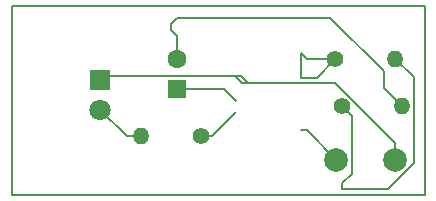
<source format=gbr>
%TF.GenerationSoftware,KiCad,Pcbnew,8.0.5*%
%TF.CreationDate,2024-09-16T17:09:01+05:30*%
%TF.ProjectId,FLASH,464c4153-482e-46b6-9963-61645f706362,rev?*%
%TF.SameCoordinates,Original*%
%TF.FileFunction,Copper,L2,Bot*%
%TF.FilePolarity,Positive*%
%FSLAX46Y46*%
G04 Gerber Fmt 4.6, Leading zero omitted, Abs format (unit mm)*
G04 Created by KiCad (PCBNEW 8.0.5) date 2024-09-16 17:09:01*
%MOMM*%
%LPD*%
G01*
G04 APERTURE LIST*
%TA.AperFunction,NonConductor*%
%ADD10C,0.200000*%
%TD*%
%TA.AperFunction,ComponentPad*%
%ADD11O,1.400000X1.400000*%
%TD*%
%TA.AperFunction,ComponentPad*%
%ADD12C,1.400000*%
%TD*%
%TA.AperFunction,ComponentPad*%
%ADD13R,1.800000X1.800000*%
%TD*%
%TA.AperFunction,ComponentPad*%
%ADD14C,1.800000*%
%TD*%
%TA.AperFunction,ComponentPad*%
%ADD15C,2.000000*%
%TD*%
%TA.AperFunction,ComponentPad*%
%ADD16R,1.600000X1.600000*%
%TD*%
%TA.AperFunction,ComponentPad*%
%ADD17C,1.600000*%
%TD*%
%TA.AperFunction,Conductor*%
%ADD18C,0.200000*%
%TD*%
G04 APERTURE END LIST*
D10*
X115000000Y-120000000D02*
X115000000Y-104000000D01*
X150000000Y-120000000D02*
X115000000Y-120000000D01*
X150000000Y-104000000D02*
X150000000Y-120000000D01*
X115000000Y-104000000D02*
X150000000Y-104000000D01*
D11*
%TO.P,R3,2*%
%TO.N,Net-(D1-A)*%
X125920000Y-115000000D03*
D12*
%TO.P,R3,1*%
%TO.N,Net-(U1-Q)*%
X131000000Y-115000000D03*
%TD*%
D11*
%TO.P,R2,2*%
%TO.N,Net-(U1-DIS)*%
X147500000Y-108500000D03*
D12*
%TO.P,R2,1*%
%TO.N,+9V*%
X142420000Y-108500000D03*
%TD*%
D11*
%TO.P,R1,2*%
%TO.N,Net-(C1-Pad2)*%
X148040000Y-112500000D03*
D12*
%TO.P,R1,1*%
%TO.N,Net-(U1-DIS)*%
X142960000Y-112500000D03*
%TD*%
D13*
%TO.P,D1,1,K*%
%TO.N,Earth*%
X122500000Y-110225000D03*
D14*
%TO.P,D1,2,A*%
%TO.N,Net-(D1-A)*%
X122500000Y-112765000D03*
%TD*%
D15*
%TO.P,C2,1*%
%TO.N,Net-(U1-CV)*%
X142500000Y-117000000D03*
%TO.P,C2,2*%
%TO.N,Earth*%
X147500000Y-117000000D03*
%TD*%
D16*
%TO.P,C1,1*%
%TO.N,Net-(U1-THR)*%
X129000000Y-111000000D03*
D17*
%TO.P,C1,2*%
%TO.N,Net-(C1-Pad2)*%
X129000000Y-108500000D03*
%TD*%
D18*
%TO.N,Net-(U1-CV)*%
X140000000Y-114500000D02*
X142500000Y-117000000D01*
X140000000Y-114500000D02*
X139500000Y-114500000D01*
%TO.N,Net-(U1-THR)*%
X133000000Y-111000000D02*
X134000000Y-112000000D01*
X129000000Y-111000000D02*
X133000000Y-111000000D01*
%TO.N,Net-(C1-Pad2)*%
X129000000Y-106500000D02*
X129000000Y-108500000D01*
X128500000Y-105500000D02*
X128500000Y-106000000D01*
X142000000Y-105000000D02*
X129000000Y-105000000D01*
X128500000Y-106000000D02*
X129000000Y-106500000D01*
X146500000Y-109500000D02*
X142000000Y-105000000D01*
X146500000Y-110960000D02*
X146500000Y-109500000D01*
X129000000Y-105000000D02*
X128500000Y-105500000D01*
X148040000Y-112500000D02*
X146500000Y-110960000D01*
%TO.N,Net-(U1-DIS)*%
X143800000Y-113340000D02*
X142960000Y-112500000D01*
X143800000Y-118200000D02*
X143800000Y-113340000D01*
X143000000Y-119000000D02*
X143800000Y-118200000D01*
X146838478Y-119500000D02*
X143000000Y-119500000D01*
X149040000Y-117298478D02*
X146838478Y-119500000D01*
X149040000Y-110040000D02*
X149040000Y-117298478D01*
X143000000Y-119500000D02*
X143000000Y-119000000D01*
X147500000Y-108500000D02*
X149040000Y-110040000D01*
%TO.N,+9V*%
X140820000Y-110100000D02*
X142420000Y-108500000D01*
X139500000Y-110100000D02*
X140820000Y-110100000D01*
X139500000Y-108000000D02*
X139500000Y-110100000D01*
X140000000Y-108500000D02*
X139500000Y-108000000D01*
X142420000Y-108500000D02*
X140000000Y-108500000D01*
%TO.N,Net-(U1-Q)*%
X132000000Y-115000000D02*
X131000000Y-115000000D01*
X132000000Y-115000000D02*
X134000000Y-113000000D01*
%TO.N,Earth*%
X147500000Y-115625786D02*
X147500000Y-117000000D01*
X142374214Y-110500000D02*
X147500000Y-115625786D01*
X135000000Y-110500000D02*
X142374214Y-110500000D01*
X134400000Y-109900000D02*
X122825000Y-109900000D01*
X135000000Y-110500000D02*
X134400000Y-109900000D01*
X134500000Y-110500000D02*
X135000000Y-110500000D01*
X133900000Y-109900000D02*
X134500000Y-110500000D01*
X122825000Y-109900000D02*
X133900000Y-109900000D01*
X122825000Y-109900000D02*
X122500000Y-110225000D01*
%TO.N,Net-(D1-A)*%
X125920000Y-115000000D02*
X124735000Y-115000000D01*
X124735000Y-115000000D02*
X122500000Y-112765000D01*
%TD*%
M02*

</source>
